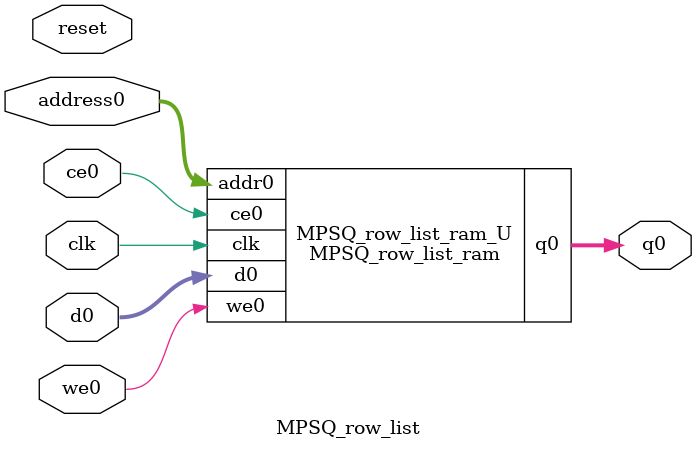
<source format=v>
`timescale 1 ns / 1 ps
module MPSQ_row_list_ram (addr0, ce0, d0, we0, q0,  clk);

parameter DWIDTH = 32;
parameter AWIDTH = 8;
parameter MEM_SIZE = 256;

input[AWIDTH-1:0] addr0;
input ce0;
input[DWIDTH-1:0] d0;
input we0;
output reg[DWIDTH-1:0] q0;
input clk;

reg [DWIDTH-1:0] ram[0:MEM_SIZE-1];




always @(posedge clk)  
begin 
    if (ce0) begin
        if (we0) 
            ram[addr0] <= d0; 
        q0 <= ram[addr0];
    end
end


endmodule

`timescale 1 ns / 1 ps
module MPSQ_row_list(
    reset,
    clk,
    address0,
    ce0,
    we0,
    d0,
    q0);

parameter DataWidth = 32'd32;
parameter AddressRange = 32'd256;
parameter AddressWidth = 32'd8;
input reset;
input clk;
input[AddressWidth - 1:0] address0;
input ce0;
input we0;
input[DataWidth - 1:0] d0;
output[DataWidth - 1:0] q0;



MPSQ_row_list_ram MPSQ_row_list_ram_U(
    .clk( clk ),
    .addr0( address0 ),
    .ce0( ce0 ),
    .we0( we0 ),
    .d0( d0 ),
    .q0( q0 ));

endmodule


</source>
